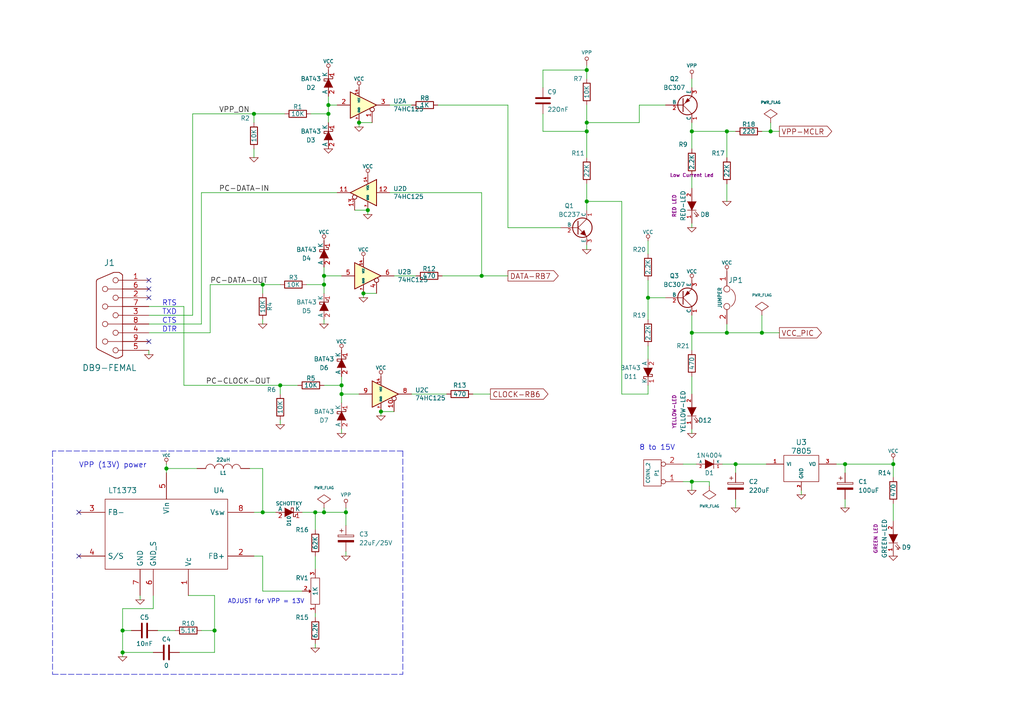
<source format=kicad_sch>
(kicad_sch (version 20210621) (generator eeschema)
  (paper "A4")
  (title_block (title "JDM - COM84 PIC Programmer with 13V DC/DC converter") (date "Sun 22 Mar 2015") (rev "2") (company "KiCad"))
  (lib_symbols
    (symbol "flat_hierarchy_schlib:74LS125" (pin_names (offset 0.254))
      (property "Reference" "U" (at 5.08 3.81 0))
      (property "Value" "74LS125" (at 7.62 -2.54 0))
      (symbol "74LS125_0_0"
        (pin power_in line (at -1.27 5.08 270) (length 2.54) (name "VCC") (number "14"))
        (pin power_in line (at -1.27 -5.08 90) (length 2.54) (name "GND") (number "7"))
      )
      (symbol "74LS125_1_0"
        (polyline (pts (xy -3.81 3.81) (xy -3.81 -3.81) (xy 3.81 0) (xy -3.81 3.81)) (stroke (width 0.254)) (fill (type background)))
        (pin input inverted (at 2.54 -5.08 90) (length 4.445) (name "~") (number "1"))
        (pin input line (at -7.62 0 0) (length 3.81) (name "~") (number "2"))
        (pin tri_state line (at 7.62 0 180) (length 3.81) (name "~") (number "3"))
      )
      (symbol "74LS125_2_0"
        (polyline (pts (xy -3.81 3.81) (xy -3.81 -3.81) (xy 3.81 0) (xy -3.81 3.81)) (stroke (width 0.254)) (fill (type background)))
        (pin input inverted (at 2.54 -5.08 90) (length 4.445) (name "~") (number "4"))
        (pin input line (at -7.62 0 0) (length 3.81) (name "~") (number "5"))
        (pin tri_state line (at 7.62 0 180) (length 3.81) (name "~") (number "6"))
      )
      (symbol "74LS125_3_0"
        (polyline (pts (xy -3.81 3.81) (xy -3.81 -3.81) (xy 3.81 0) (xy -3.81 3.81)) (stroke (width 0.254)) (fill (type background)))
        (pin input inverted (at 2.54 -5.08 90) (length 4.445) (name "~") (number "10"))
        (pin tri_state line (at 7.62 0 180) (length 3.81) (name "~") (number "8"))
        (pin input line (at -7.62 0 0) (length 3.81) (name "~") (number "9"))
      )
      (symbol "74LS125_4_0"
        (polyline (pts (xy -3.81 3.81) (xy -3.81 -3.81) (xy 3.81 0) (xy -3.81 3.81)) (stroke (width 0.254)) (fill (type background)))
        (pin tri_state line (at 7.62 0 180) (length 3.81) (name "~") (number "11"))
        (pin input line (at -7.62 0 0) (length 3.81) (name "~") (number "12"))
        (pin input inverted (at 2.54 -5.08 90) (length 4.445) (name "~") (number "13"))
      )
    )
    (symbol "flat_hierarchy_schlib:7805" (pin_names (offset 0.762))
      (property "Reference" "U" (at 3.81 -4.9784 0))
      (property "Value" "7805" (at 0 5.08 0))
      (symbol "7805_0_1"
        (rectangle (start -5.08 -3.81) (end 5.08 3.81))
      )
      (symbol "7805_1_1"
        (pin input line (at -10.16 1.27 0) (length 5.08) (name "VI") (number "1"))
        (pin input line (at 0 -6.35 90) (length 2.54) (name "GND") (number "2"))
        (pin power_out line (at 10.16 1.27 180) (length 5.08) (name "VO") (number "3"))
      )
    )
    (symbol "flat_hierarchy_schlib:BC237" (pin_names (offset 0))
      (property "Reference" "Q" (at 0 -3.81 0))
      (property "Value" "BC237" (at 0 3.81 0))
      (property "Footprint" "Package_TO_SOT_THT:TO-92" (at -2.54 -5.08 0))
      (symbol "BC237_0_1"
        (circle (center 1.27 0) (radius 2.8194) (stroke (width 0.254)))
        (polyline (pts (xy 0 0) (xy 2.54 2.54)))
        (polyline (pts (xy 0 1.905) (xy 0 -1.905) (xy 0 -1.905)) (stroke (width 0.254)))
        (polyline (pts (xy 1.27 -1.27) (xy 0 0) (xy 0 0)))
        (polyline (pts (xy 2.286 -2.286) (xy 2.54 -2.54) (xy 2.54 -2.54)))
        (polyline (pts (xy 2.286 -2.286) (xy 1.778 -0.762) (xy 0.762 -1.778) (xy 2.286 -2.286) (xy 2.286 -2.286)) (fill (type outline)))
      )
      (symbol "BC237_1_1"
        (pin passive line (at 2.54 5.08 270) (length 2.54) (name "C") (number "1"))
        (pin input line (at -5.08 0 0) (length 5.08) (name "B") (number "2"))
        (pin passive line (at 2.54 -5.08 90) (length 2.54) (name "E") (number "3"))
      )
    )
    (symbol "flat_hierarchy_schlib:BC307" (pin_names (offset 0))
      (property "Reference" "Q" (at 0 -3.81 0))
      (property "Value" "BC307" (at 0 3.81 0))
      (property "Footprint" "Package_TO_SOT_THT:TO-92" (at -2.54 -5.08 0))
      (symbol "BC307_0_1"
        (circle (center 1.27 0) (radius 2.8194) (stroke (width 0.254)))
        (polyline (pts (xy 0 0) (xy 2.54 2.54)))
        (polyline (pts (xy 0.635 -0.635) (xy 0 0) (xy 0 0)))
        (polyline (pts (xy 2.54 -2.54) (xy 1.651 -1.651) (xy 1.651 -1.651)))
        (polyline (pts (xy 0 1.905) (xy 0 -1.905) (xy 0 -1.905)) (stroke (width 0.254)) (fill (type outline)))
        (polyline (pts (xy 0.635 -0.635) (xy 1.27 -1.905) (xy 1.905 -1.27) (xy 0.635 -0.635) (xy 0.635 -0.635)) (fill (type outline)))
      )
      (symbol "BC307_1_1"
        (pin passive line (at 2.54 5.08 270) (length 2.54) (name "C") (number "1"))
        (pin input line (at -5.08 0 0) (length 5.08) (name "B") (number "2"))
        (pin passive line (at 2.54 -5.08 90) (length 2.54) (name "E") (number "3"))
      )
    )
    (symbol "flat_hierarchy_schlib:C" (pin_numbers hide) (pin_names (offset 0.254))
      (property "Reference" "C" (at 0.635 2.54 0))
      (property "Value" "C" (at 0.635 -2.54 0))
      (symbol "C_0_1"
        (polyline (pts (xy -2.032 -0.762) (xy 2.032 -0.762)) (stroke (width 0.508)))
        (polyline (pts (xy -2.032 0.762) (xy 2.032 0.762)) (stroke (width 0.508)))
      )
      (symbol "C_1_1"
        (pin passive line (at 0 3.81 270) (length 2.794) (name "~") (number "1"))
        (pin passive line (at 0 -3.81 90) (length 2.794) (name "~") (number "2"))
      )
    )
    (symbol "flat_hierarchy_schlib:CONN_2" (pin_names (offset 1.016) hide)
      (property "Reference" "P" (at -1.27 0 90))
      (property "Value" "CONN_2" (at 1.27 0 90))
      (symbol "CONN_2_0_1"
        (rectangle (start -2.54 3.81) (end 2.54 -3.81))
      )
      (symbol "CONN_2_1_1"
        (pin passive inverted (at -8.89 2.54 0) (length 6.35) (name "P1") (number "1"))
        (pin passive inverted (at -8.89 -2.54 0) (length 6.35) (name "PM") (number "2"))
      )
    )
    (symbol "flat_hierarchy_schlib:CP" (pin_numbers hide) (pin_names (offset 0.254))
      (property "Reference" "C" (at 0.635 2.54 0))
      (property "Value" "CP" (at 0.635 -2.54 0))
      (symbol "CP_0_1"
        (rectangle (start -2.286 0.508) (end -2.286 1.016))
        (rectangle (start -2.286 0.508) (end 2.286 0.508))
        (rectangle (start -1.778 2.286) (end -0.762 2.286))
        (rectangle (start -1.27 1.778) (end -1.27 2.794))
        (rectangle (start 2.286 1.016) (end -2.286 1.016))
        (rectangle (start 2.286 1.016) (end 2.286 0.508))
        (rectangle (start 2.286 -0.508) (end -2.286 -1.016) (fill (type outline)))
      )
      (symbol "CP_1_1"
        (pin passive line (at 0 3.81 270) (length 2.794) (name "~") (number "1"))
        (pin passive line (at 0 -3.81 90) (length 2.794) (name "~") (number "2"))
      )
    )
    (symbol "flat_hierarchy_schlib:D" (pin_names (offset 0))
      (property "Reference" "D" (at 0 2.54 0))
      (property "Value" "D" (at 0 -2.54 0))
      (symbol "D_0_1"
        (polyline (pts (xy -1.27 1.27) (xy -1.27 -1.27)) (stroke (width 0.1524)))
        (polyline (pts (xy 1.27 1.27) (xy -1.27 0) (xy 1.27 -1.27)) (fill (type outline)))
      )
      (symbol "D_1_1"
        (pin passive line (at -3.81 0 0) (length 2.54) (name "K") (number "1"))
        (pin passive line (at 3.81 0 180) (length 2.54) (name "A") (number "2"))
      )
    )
    (symbol "flat_hierarchy_schlib:DB9" (pin_names (offset 1.016) hide)
      (property "Reference" "J" (at 0 13.97 0))
      (property "Value" "DB9" (at 0 -13.97 0))
      (symbol "DB9_0_1"
        (circle (center -1.778 -10.16) (radius 0.762))
        (circle (center -1.778 -5.08) (radius 0.762))
        (circle (center -1.778 0) (radius 0.762))
        (circle (center -1.778 5.08) (radius 0.762))
        (circle (center -1.778 10.16) (radius 0.762))
        (circle (center 1.27 -7.62) (radius 0.762))
        (circle (center 1.27 -2.54) (radius 0.762))
        (circle (center 1.27 2.54) (radius 0.762))
        (circle (center 1.27 7.62) (radius 0.762))
        (polyline (pts (xy -3.81 -11.684) (xy -3.81 11.684)) (stroke (width 0.2032)))
        (polyline (pts (xy -3.81 -11.6586) (xy -3.556 -11.938)) (stroke (width 0.2032)))
        (polyline (pts (xy -3.81 -10.16) (xy -2.54 -10.16)))
        (polyline (pts (xy -3.81 -7.62) (xy 0.508 -7.62)))
        (polyline (pts (xy -3.81 -5.08) (xy -2.54 -5.08)))
        (polyline (pts (xy -3.81 -2.54) (xy 0.508 -2.54)))
        (polyline (pts (xy -3.81 0) (xy -2.54 0)))
        (polyline (pts (xy -3.81 2.54) (xy 0.508 2.54)))
        (polyline (pts (xy -3.81 5.08) (xy -2.54 5.08)))
        (polyline (pts (xy -3.81 7.62) (xy 0.508 7.62)))
        (polyline (pts (xy -3.81 10.16) (xy -2.54 10.16)))
        (polyline (pts (xy -3.556 -11.938) (xy -2.794 -12.446)) (stroke (width 0.2032)))
        (polyline (pts (xy -3.556 11.938) (xy -3.81 11.684)) (stroke (width 0.2032)))
        (polyline (pts (xy -3.556 11.938) (xy -2.54 12.446)) (stroke (width 0.2032)))
        (polyline (pts (xy -2.794 -12.446) (xy -1.27 -12.446)) (stroke (width 0.2032)))
        (polyline (pts (xy -2.54 12.446) (xy -1.778 12.446)) (stroke (width 0.2032)))
        (polyline (pts (xy 3.2766 9.906) (xy -1.778 12.446)) (stroke (width 0.2032)))
        (polyline (pts (xy 3.2766 9.906) (xy 3.81 9.398)) (stroke (width 0.2032)))
        (polyline (pts (xy 3.556 -10.3886) (xy -1.27 -12.446)) (stroke (width 0.2032)))
        (polyline (pts (xy 3.81 -9.906) (xy 3.556 -10.3886)) (stroke (width 0.2032)))
        (polyline (pts (xy 3.81 9.398) (xy 3.81 -9.906)) (stroke (width 0.2032)))
      )
      (symbol "DB9_1_1"
        (pin passive line (at -11.43 -10.16 0) (length 7.62) (name "1") (number "1"))
        (pin passive line (at -11.43 -5.08 0) (length 7.62) (name "2") (number "2"))
        (pin passive line (at -11.43 0 0) (length 7.62) (name "3") (number "3"))
        (pin passive line (at -11.43 5.08 0) (length 7.62) (name "4") (number "4"))
        (pin passive line (at -11.43 10.16 0) (length 7.62) (name "5") (number "5"))
        (pin passive line (at -11.43 -7.62 0) (length 7.62) (name "P6") (number "6"))
        (pin passive line (at -11.43 -2.54 0) (length 7.62) (name "P7") (number "7"))
        (pin passive line (at -11.43 2.54 0) (length 7.62) (name "P8") (number "8"))
        (pin passive line (at -11.43 7.62 0) (length 7.62) (name "P9") (number "9"))
      )
    )
    (symbol "flat_hierarchy_schlib:D_Schottky" (pin_names (offset 0))
      (property "Reference" "D" (at 0 2.54 0))
      (property "Value" "D_Schottky" (at 0 -2.54 0))
      (symbol "D_Schottky_0_1"
        (polyline (pts (xy -1.905 0.635) (xy -1.905 1.27) (xy -1.27 1.27) (xy -1.27 -1.27) (xy -0.635 -1.27) (xy -0.635 -0.635)) (stroke (width 0.2032)))
        (polyline (pts (xy 1.27 1.27) (xy -1.27 0) (xy 1.27 -1.27)) (fill (type outline)))
      )
      (symbol "D_Schottky_1_1"
        (pin passive line (at -3.81 0 0) (length 2.54) (name "K") (number "1"))
        (pin passive line (at 3.81 0 180) (length 2.54) (name "A") (number "2"))
      )
    )
    (symbol "flat_hierarchy_schlib:GND" (power) (pin_names (offset 0))
      (symbol "GND_0_1"
        (polyline (pts (xy -1.27 0) (xy 0 -1.27) (xy 1.27 0) (xy -1.27 0)))
      )
      (symbol "GND_1_1"
        (pin power_in line (at 0 0 90) (length 0) hide (name "GND") (number "1"))
      )
    )
    (symbol "flat_hierarchy_schlib:INDUCTOR" (pin_numbers hide) (pin_names (offset 1.016) hide)
      (property "Reference" "L" (at -1.27 0 90))
      (property "Value" "INDUCTOR" (at 2.54 0 90))
      (symbol "INDUCTOR_0_1"
        (arc (start 0.0254 -5.0546) (end 0.0254 -2.54) (radius (at 0 -3.81) (length 1.27) (angles -88.9 88.9)))
        (arc (start 0.0254 -2.5146) (end 0.0254 0.0508) (radius (at 0 -1.2446) (length 1.2954) (angles -88.9 88.9)))
        (arc (start 0.0254 0.0254) (end 0.0254 2.5908) (radius (at 0 1.2954) (length 1.2954) (angles -88.9 88.9)))
        (arc (start 0.0254 2.5654) (end 0.0254 4.9784) (radius (at 0 3.7592) (length 1.2192) (angles -88.9 88.9)))
      )
      (symbol "INDUCTOR_1_1"
        (pin passive line (at 0 7.62 270) (length 2.54) (name "1") (number "1"))
        (pin passive line (at 0 -7.62 90) (length 2.54) (name "2") (number "2"))
      )
    )
    (symbol "flat_hierarchy_schlib:JUMPER" (pin_names (offset 0.762) hide)
      (property "Reference" "JP" (at 0 3.81 0))
      (property "Value" "JUMPER" (at 0 -2.032 0))
      (symbol "JUMPER_0_1"
        (arc (start -2.4892 1.27) (end 2.5146 1.27) (radius (at 0 -0.6604) (length 3.175) (angles 142.6 37.3)))
        (circle (center -2.54 0) (radius 0.889))
        (circle (center 2.54 0) (radius 0.889))
        (pin passive line (at -7.62 0 0) (length 4.191) (name "1") (number "1"))
        (pin passive line (at 7.62 0 180) (length 4.191) (name "2") (number "2"))
      )
    )
    (symbol "flat_hierarchy_schlib:LED" (pin_names (offset 1.016) hide)
      (property "Reference" "D" (at 0 2.54 0))
      (property "Value" "LED" (at 0 -2.54 0))
      (symbol "LED_0_1"
        (polyline (pts (xy -1.27 1.27) (xy -1.27 -1.27)))
        (polyline (pts (xy -2.032 -0.635) (xy -3.175 -1.651) (xy -3.048 -1.016)))
        (polyline (pts (xy -1.651 -1.016) (xy -2.794 -2.032) (xy -2.667 -1.397)))
        (polyline (pts (xy 1.27 1.27) (xy -1.27 0) (xy 1.27 -1.27)) (fill (type outline)))
      )
      (symbol "LED_1_1"
        (pin passive line (at -5.08 0 0) (length 3.81) (name "K") (number "1"))
        (pin passive line (at 5.08 0 180) (length 3.81) (name "A") (number "2"))
      )
    )
    (symbol "flat_hierarchy_schlib:LT1373" (pin_names (offset 0.762))
      (property "Reference" "U" (at 15.24 12.7 0))
      (property "Value" "LT1373" (at -12.7 12.7 0))
      (symbol "LT1373_0_1"
        (rectangle (start -17.78 -10.16) (end 17.78 10.16))
      )
      (symbol "LT1373_1_1"
        (pin input line (at 6.35 -17.78 90) (length 7.62) (name "Vc") (number "1"))
        (pin input line (at 25.4 -6.35 180) (length 7.62) (name "FB+") (number "2"))
        (pin passive line (at -25.4 6.35 0) (length 7.62) (name "FB-") (number "3"))
        (pin passive line (at -25.4 -6.35 0) (length 7.62) (name "S/S") (number "4"))
        (pin power_in line (at 0 17.78 270) (length 7.62) (name "Vin") (number "5"))
        (pin input line (at -3.81 -17.78 90) (length 7.62) (name "GND_S") (number "6"))
        (pin input line (at -7.62 -17.78 90) (length 7.62) (name "GND") (number "7"))
        (pin input line (at 25.4 6.35 180) (length 7.62) (name "Vsw") (number "8"))
      )
    )
    (symbol "flat_hierarchy_schlib:POT" (pin_names (offset 1.016) hide)
      (property "Reference" "RV" (at 0 -2.54 0))
      (property "Value" "POT" (at 0 0 0))
      (symbol "POT_0_1"
        (rectangle (start -3.81 1.27) (end 3.81 -1.27))
        (polyline (pts (xy 0 1.27) (xy -0.508 1.778) (xy 0.508 1.778)) (fill (type outline)))
      )
      (symbol "POT_1_1"
        (pin passive line (at -6.35 0 0) (length 2.54) (name "1") (number "1"))
        (pin passive line (at 0 3.81 270) (length 2.032) (name "2") (number "2"))
        (pin passive line (at 6.35 0 180) (length 2.54) (name "3") (number "3"))
      )
    )
    (symbol "flat_hierarchy_schlib:PWR_FLAG" (power) (pin_numbers hide) (pin_names (offset 0) hide)
      (property "Value" "PWR_FLAG" (at 0 4.572 0))
      (symbol "PWR_FLAG_0_0"
        (pin power_out line (at 0 0 90) (length 0) (name "pwr") (number "1"))
      )
      (symbol "PWR_FLAG_0_1"
        (polyline (pts (xy 0 0) (xy 0 1.27) (xy -1.905 2.54) (xy 0 3.81) (xy 1.905 2.54) (xy 0 1.27)))
      )
    )
    (symbol "flat_hierarchy_schlib:R" (pin_numbers hide) (pin_names (offset 0))
      (property "Reference" "R" (at 2.032 0 90))
      (property "Value" "R" (at 0 0 90))
      (symbol "R_0_1"
        (rectangle (start -1.016 -2.54) (end 1.016 2.54) (stroke (width 0.254)))
      )
      (symbol "R_1_1"
        (pin passive line (at 0 3.81 270) (length 1.27) (name "~") (number "1"))
        (pin passive line (at 0 -3.81 90) (length 1.27) (name "~") (number "2"))
      )
    )
    (symbol "flat_hierarchy_schlib:VCC" (power) (pin_names (offset 0))
      (property "Value" "VCC" (at 0 2.54 0))
      (symbol "VCC_0_0"
        (pin power_in line (at 0 0 90) (length 0) hide (name "VCC") (number "1"))
      )
      (symbol "VCC_0_1"
        (circle (center 0 1.27) (radius 0.508))
        (polyline (pts (xy 0 0) (xy 0 0.762) (xy 0 0.762)))
      )
    )
    (symbol "flat_hierarchy_schlib:VPP" (pin_names (offset 0))
      (property "Value" "VPP" (at 0 3.81 0))
      (symbol "VPP_0_0"
        (pin power_in line (at 0 0 90) (length 0) hide (name "VPP") (number "1"))
      )
      (symbol "VPP_0_1"
        (circle (center 0 2.032) (radius 0.508))
        (polyline (pts (xy 0 1.524) (xy 0 0)))
      )
    )
  )
  (junction (at 35.56 182.88) (diameter 1.016))
  (junction (at 35.56 189.23) (diameter 1.016))
  (junction (at 48.26 135.89) (diameter 1.016))
  (junction (at 62.23 182.88) (diameter 1.016))
  (junction (at 73.66 33.02) (diameter 1.016))
  (junction (at 76.2 82.55) (diameter 1.016))
  (junction (at 76.2 148.59) (diameter 1.016))
  (junction (at 81.28 111.76) (diameter 1.016))
  (junction (at 91.44 148.59) (diameter 1.016))
  (junction (at 93.98 80.01) (diameter 1.016))
  (junction (at 93.98 82.55) (diameter 1.016))
  (junction (at 93.98 148.59) (diameter 1.016))
  (junction (at 95.25 30.48) (diameter 1.016))
  (junction (at 95.25 33.02) (diameter 1.016))
  (junction (at 99.06 111.76) (diameter 1.016))
  (junction (at 99.06 114.3) (diameter 1.016))
  (junction (at 100.33 148.59) (diameter 1.016))
  (junction (at 104.14 35.56) (diameter 1.016))
  (junction (at 105.41 85.09) (diameter 1.016))
  (junction (at 106.68 60.96) (diameter 1.016))
  (junction (at 110.49 119.38) (diameter 1.016))
  (junction (at 139.7 80.01) (diameter 1.016))
  (junction (at 170.18 20.32) (diameter 1.016))
  (junction (at 170.18 35.56) (diameter 1.016))
  (junction (at 170.18 38.1) (diameter 1.016))
  (junction (at 170.18 58.42) (diameter 1.016))
  (junction (at 187.96 86.36) (diameter 1.016))
  (junction (at 200.66 38.1) (diameter 1.016))
  (junction (at 200.66 96.52) (diameter 1.016))
  (junction (at 200.66 139.7) (diameter 1.016))
  (junction (at 210.82 38.1) (diameter 1.016))
  (junction (at 210.82 96.52) (diameter 1.016))
  (junction (at 213.36 134.62) (diameter 1.016))
  (junction (at 220.98 96.52) (diameter 1.016))
  (junction (at 223.52 38.1) (diameter 1.016))
  (junction (at 245.11 134.62) (diameter 1.016))
  (junction (at 259.08 134.62) (diameter 1.016))
  (no_connect (at 22.86 148.59))
  (no_connect (at 22.86 161.29))
  (no_connect (at 43.18 81.28))
  (no_connect (at 43.18 83.82))
  (no_connect (at 43.18 86.36))
  (no_connect (at 43.18 99.06))
  (wire (pts (xy 35.56 176.53) (xy 35.56 182.88)))
  (wire (pts (xy 35.56 182.88) (xy 35.56 189.23)))
  (wire (pts (xy 35.56 182.88) (xy 38.1 182.88)))
  (wire (pts (xy 35.56 189.23) (xy 35.56 190.5)))
  (wire (pts (xy 35.56 189.23) (xy 44.45 189.23)))
  (wire (pts (xy 40.64 173.99) (xy 40.64 172.72)))
  (wire (pts (xy 43.18 93.98) (xy 58.42 93.98)))
  (wire (pts (xy 43.18 102.87) (xy 43.18 101.6)))
  (wire (pts (xy 44.45 172.72) (xy 44.45 176.53)))
  (wire (pts (xy 44.45 176.53) (xy 35.56 176.53)))
  (wire (pts (xy 45.72 182.88) (xy 50.8 182.88)))
  (wire (pts (xy 48.26 134.62) (xy 48.26 135.89)))
  (wire (pts (xy 48.26 135.89) (xy 48.26 137.16)))
  (wire (pts (xy 48.26 135.89) (xy 57.15 135.89)))
  (wire (pts (xy 52.07 189.23) (xy 62.23 189.23)))
  (wire (pts (xy 53.34 88.9) (xy 43.18 88.9)))
  (wire (pts (xy 53.34 111.76) (xy 53.34 88.9)))
  (wire (pts (xy 53.34 111.76) (xy 81.28 111.76)))
  (wire (pts (xy 54.61 172.72) (xy 62.23 172.72)))
  (wire (pts (xy 55.88 33.02) (xy 55.88 91.44)))
  (wire (pts (xy 55.88 33.02) (xy 73.66 33.02)))
  (wire (pts (xy 55.88 91.44) (xy 43.18 91.44)))
  (wire (pts (xy 58.42 55.88) (xy 97.79 55.88)))
  (wire (pts (xy 58.42 93.98) (xy 58.42 55.88)))
  (wire (pts (xy 58.42 182.88) (xy 62.23 182.88)))
  (wire (pts (xy 60.96 82.55) (xy 60.96 96.52)))
  (wire (pts (xy 60.96 82.55) (xy 76.2 82.55)))
  (wire (pts (xy 60.96 96.52) (xy 43.18 96.52)))
  (wire (pts (xy 62.23 172.72) (xy 62.23 182.88)))
  (wire (pts (xy 62.23 182.88) (xy 62.23 189.23)))
  (wire (pts (xy 72.39 135.89) (xy 76.2 135.89)))
  (wire (pts (xy 73.66 33.02) (xy 82.55 33.02)))
  (wire (pts (xy 73.66 35.56) (xy 73.66 33.02)))
  (wire (pts (xy 73.66 45.72) (xy 73.66 43.18)))
  (wire (pts (xy 73.66 148.59) (xy 76.2 148.59)))
  (wire (pts (xy 73.66 161.29) (xy 76.2 161.29)))
  (wire (pts (xy 76.2 82.55) (xy 76.2 85.09)))
  (wire (pts (xy 76.2 82.55) (xy 81.28 82.55)))
  (wire (pts (xy 76.2 92.71) (xy 76.2 93.98)))
  (wire (pts (xy 76.2 135.89) (xy 76.2 148.59)))
  (wire (pts (xy 76.2 148.59) (xy 80.01 148.59)))
  (wire (pts (xy 76.2 161.29) (xy 76.2 171.45)))
  (wire (pts (xy 76.2 171.45) (xy 87.63 171.45)))
  (wire (pts (xy 81.28 111.76) (xy 86.36 111.76)))
  (wire (pts (xy 81.28 114.3) (xy 81.28 111.76)))
  (wire (pts (xy 81.28 123.19) (xy 81.28 121.92)))
  (wire (pts (xy 87.63 148.59) (xy 91.44 148.59)))
  (wire (pts (xy 88.9 82.55) (xy 93.98 82.55)))
  (wire (pts (xy 90.17 33.02) (xy 95.25 33.02)))
  (wire (pts (xy 91.44 148.59) (xy 91.44 153.67)))
  (wire (pts (xy 91.44 148.59) (xy 93.98 148.59)))
  (wire (pts (xy 91.44 161.29) (xy 91.44 165.1)))
  (wire (pts (xy 91.44 177.8) (xy 91.44 179.07)))
  (wire (pts (xy 91.44 187.96) (xy 91.44 186.69)))
  (wire (pts (xy 93.98 77.47) (xy 93.98 80.01)))
  (wire (pts (xy 93.98 80.01) (xy 93.98 82.55)))
  (wire (pts (xy 93.98 82.55) (xy 93.98 85.09)))
  (wire (pts (xy 93.98 93.98) (xy 93.98 92.71)))
  (wire (pts (xy 93.98 111.76) (xy 99.06 111.76)))
  (wire (pts (xy 93.98 147.32) (xy 93.98 148.59)))
  (wire (pts (xy 93.98 148.59) (xy 100.33 148.59)))
  (wire (pts (xy 95.25 27.94) (xy 95.25 30.48)))
  (wire (pts (xy 95.25 30.48) (xy 95.25 33.02)))
  (wire (pts (xy 95.25 30.48) (xy 97.79 30.48)))
  (wire (pts (xy 95.25 33.02) (xy 95.25 35.56)))
  (wire (pts (xy 99.06 80.01) (xy 93.98 80.01)))
  (wire (pts (xy 99.06 109.22) (xy 99.06 111.76)))
  (wire (pts (xy 99.06 111.76) (xy 99.06 114.3)))
  (wire (pts (xy 99.06 114.3) (xy 99.06 116.84)))
  (wire (pts (xy 99.06 125.73) (xy 99.06 124.46)))
  (wire (pts (xy 100.33 147.32) (xy 100.33 148.59)))
  (wire (pts (xy 100.33 148.59) (xy 100.33 152.4)))
  (wire (pts (xy 100.33 161.29) (xy 100.33 160.02)))
  (wire (pts (xy 102.87 60.96) (xy 106.68 60.96)))
  (wire (pts (xy 104.14 35.56) (xy 107.95 35.56)))
  (wire (pts (xy 104.14 36.83) (xy 104.14 35.56)))
  (wire (pts (xy 104.14 114.3) (xy 99.06 114.3)))
  (wire (pts (xy 105.41 85.09) (xy 105.41 86.36)))
  (wire (pts (xy 105.41 85.09) (xy 109.22 85.09)))
  (wire (pts (xy 106.68 62.23) (xy 106.68 60.96)))
  (wire (pts (xy 110.49 119.38) (xy 114.3 119.38)))
  (wire (pts (xy 110.49 120.65) (xy 110.49 119.38)))
  (wire (pts (xy 113.03 30.48) (xy 119.38 30.48)))
  (wire (pts (xy 113.03 55.88) (xy 139.7 55.88)))
  (wire (pts (xy 114.3 80.01) (xy 120.65 80.01)))
  (wire (pts (xy 119.38 114.3) (xy 129.54 114.3)))
  (wire (pts (xy 127 30.48) (xy 147.32 30.48)))
  (wire (pts (xy 128.27 80.01) (xy 139.7 80.01)))
  (wire (pts (xy 139.7 55.88) (xy 139.7 80.01)))
  (wire (pts (xy 139.7 80.01) (xy 147.32 80.01)))
  (wire (pts (xy 142.24 114.3) (xy 137.16 114.3)))
  (wire (pts (xy 147.32 30.48) (xy 147.32 66.04)))
  (wire (pts (xy 147.32 66.04) (xy 162.56 66.04)))
  (wire (pts (xy 157.48 20.32) (xy 170.18 20.32)))
  (wire (pts (xy 157.48 25.4) (xy 157.48 20.32)))
  (wire (pts (xy 157.48 33.02) (xy 157.48 38.1)))
  (wire (pts (xy 157.48 38.1) (xy 170.18 38.1)))
  (wire (pts (xy 170.18 19.05) (xy 170.18 20.32)))
  (wire (pts (xy 170.18 20.32) (xy 170.18 22.86)))
  (wire (pts (xy 170.18 30.48) (xy 170.18 35.56)))
  (wire (pts (xy 170.18 35.56) (xy 170.18 38.1)))
  (wire (pts (xy 170.18 38.1) (xy 170.18 45.72)))
  (wire (pts (xy 170.18 53.34) (xy 170.18 58.42)))
  (wire (pts (xy 170.18 58.42) (xy 170.18 60.96)))
  (wire (pts (xy 170.18 58.42) (xy 180.34 58.42)))
  (wire (pts (xy 170.18 72.39) (xy 170.18 71.12)))
  (wire (pts (xy 180.34 114.3) (xy 180.34 58.42)))
  (wire (pts (xy 185.42 30.48) (xy 185.42 35.56)))
  (wire (pts (xy 185.42 35.56) (xy 170.18 35.56)))
  (wire (pts (xy 187.96 69.85) (xy 187.96 73.66)))
  (wire (pts (xy 187.96 81.28) (xy 187.96 86.36)))
  (wire (pts (xy 187.96 86.36) (xy 187.96 92.71)))
  (wire (pts (xy 187.96 100.33) (xy 187.96 104.14)))
  (wire (pts (xy 187.96 111.76) (xy 187.96 114.3)))
  (wire (pts (xy 187.96 114.3) (xy 180.34 114.3)))
  (wire (pts (xy 193.04 30.48) (xy 185.42 30.48)))
  (wire (pts (xy 193.04 86.36) (xy 187.96 86.36)))
  (wire (pts (xy 198.12 134.62) (xy 201.93 134.62)))
  (wire (pts (xy 198.12 139.7) (xy 200.66 139.7)))
  (wire (pts (xy 200.66 25.4) (xy 200.66 22.86)))
  (wire (pts (xy 200.66 35.56) (xy 200.66 38.1)))
  (wire (pts (xy 200.66 38.1) (xy 200.66 43.18)))
  (wire (pts (xy 200.66 38.1) (xy 210.82 38.1)))
  (wire (pts (xy 200.66 50.8) (xy 200.66 54.61)))
  (wire (pts (xy 200.66 64.77) (xy 200.66 66.04)))
  (wire (pts (xy 200.66 91.44) (xy 200.66 96.52)))
  (wire (pts (xy 200.66 96.52) (xy 200.66 101.6)))
  (wire (pts (xy 200.66 96.52) (xy 210.82 96.52)))
  (wire (pts (xy 200.66 109.22) (xy 200.66 114.3)))
  (wire (pts (xy 200.66 124.46) (xy 200.66 125.73)))
  (wire (pts (xy 200.66 139.7) (xy 205.74 139.7)))
  (wire (pts (xy 200.66 142.24) (xy 200.66 139.7)))
  (wire (pts (xy 205.74 139.7) (xy 205.74 140.97)))
  (wire (pts (xy 209.55 134.62) (xy 213.36 134.62)))
  (wire (pts (xy 210.82 38.1) (xy 210.82 45.72)))
  (wire (pts (xy 210.82 38.1) (xy 213.36 38.1)))
  (wire (pts (xy 210.82 53.34) (xy 210.82 58.42)))
  (wire (pts (xy 210.82 96.52) (xy 210.82 93.98)))
  (wire (pts (xy 210.82 96.52) (xy 220.98 96.52)))
  (wire (pts (xy 213.36 134.62) (xy 213.36 137.16)))
  (wire (pts (xy 213.36 134.62) (xy 222.25 134.62)))
  (wire (pts (xy 213.36 144.78) (xy 213.36 147.32)))
  (wire (pts (xy 220.98 38.1) (xy 223.52 38.1)))
  (wire (pts (xy 220.98 96.52) (xy 220.98 91.44)))
  (wire (pts (xy 220.98 96.52) (xy 226.06 96.52)))
  (wire (pts (xy 223.52 35.56) (xy 223.52 38.1)))
  (wire (pts (xy 223.52 38.1) (xy 226.06 38.1)))
  (wire (pts (xy 232.41 143.51) (xy 232.41 142.24)))
  (wire (pts (xy 242.57 134.62) (xy 245.11 134.62)))
  (wire (pts (xy 245.11 134.62) (xy 245.11 137.16)))
  (wire (pts (xy 245.11 134.62) (xy 259.08 134.62)))
  (wire (pts (xy 245.11 144.78) (xy 245.11 147.32)))
  (wire (pts (xy 259.08 133.35) (xy 259.08 134.62)))
  (wire (pts (xy 259.08 134.62) (xy 259.08 138.43)))
  (wire (pts (xy 259.08 146.05) (xy 259.08 151.13)))
  (polyline (pts (xy 15.24 130.81) (xy 15.24 195.58)) (stroke (width 0) (type dash)))
  (polyline (pts (xy 15.24 195.58) (xy 116.84 195.58)) (stroke (width 0) (type dash)))
  (polyline (pts (xy 116.84 130.81) (xy 15.24 130.81)) (stroke (width 0) (type dash)))
  (polyline (pts (xy 116.84 130.81) (xy 116.84 195.58)) (stroke (width 0) (type dash)))
  (text "VPP (13V) power" (at 22.86 135.89 0) (effects (font (size 1.524 1.524)) (justify left bottom)))
  (text "RTS" (at 46.99 88.9 0) (effects (font (size 1.524 1.524)) (justify left bottom)))
  (text "TXD" (at 46.99 91.44 0) (effects (font (size 1.524 1.524)) (justify left bottom)))
  (text "CTS" (at 46.99 93.98 0) (effects (font (size 1.524 1.524)) (justify left bottom)))
  (text "DTR" (at 46.99 96.52 0) (effects (font (size 1.524 1.524)) (justify left bottom)))
  (text "ADJUST for VPP = 13V" (at 66.04 175.26 0) (effects (font (size 1.27 1.27)) (justify left bottom)))
  (text "8 to 15V" (at 185.42 130.81 0) (effects (font (size 1.524 1.524)) (justify left bottom)))
  (label "PC-CLOCK-OUT" (at 59.69 111.76 0) (effects (font (size 1.524 1.524))))
  (label "PC-DATA-OUT" (at 60.96 82.55 0) (effects (font (size 1.524 1.524))))
  (label "VPP_ON" (at 63.5 33.02 0) (effects (font (size 1.524 1.524))))
  (label "PC-DATA-IN" (at 63.5 55.88 0) (effects (font (size 1.524 1.524))))
  (global_label "CLOCK-RB6" (shape output) (at 142.24 114.3 0) (effects (font (size 1.524 1.524))) (property "Intersheet References" "${INTERSHEET_REFS}" (effects hide)))
  (global_label "DATA-RB7" (shape output) (at 147.32 80.01 0) (effects (font (size 1.524 1.524))) (property "Intersheet References" "${INTERSHEET_REFS}" (effects hide)))
  (global_label "VPP-MCLR" (shape output) (at 226.06 38.1 0) (effects (font (size 1.524 1.524))) (property "Intersheet References" "${INTERSHEET_REFS}" (effects hide)))
  (global_label "VCC_PIC" (shape output) (at 226.06 96.52 0) (effects (font (size 1.524 1.524))) (property "Intersheet References" "${INTERSHEET_REFS}" (effects hide)))
  (symbol (lib_id "flat_hierarchy_schlib:VCC") (at 48.26 134.62 0) (unit 1)
    (property "Reference" "#PWR024" (effects hide))
    (property "Value" "VCC" (at 48.26 132.08 0) (effects (font (size 0.762 0.762))))
  )
  (symbol (lib_id "flat_hierarchy_schlib:VCC") (at 93.98 69.85 0) (unit 1)
    (property "Reference" "#PWR041" (effects hide))
    (property "Value" "VCC" (at 93.98 67.31 0) (effects (font (size 1.016 1.016))))
  )
  (symbol (lib_id "flat_hierarchy_schlib:VCC") (at 95.25 20.32 0) (unit 1)
    (property "Reference" "#PWR044" (effects hide))
    (property "Value" "VCC" (at 95.25 17.78 0) (effects (font (size 1.016 1.016))))
  )
  (symbol (lib_id "flat_hierarchy_schlib:VCC") (at 99.06 101.6 0) (unit 1)
    (property "Reference" "#PWR038" (effects hide))
    (property "Value" "VCC" (at 99.06 99.06 0) (effects (font (size 1.016 1.016))))
  )
  (symbol (lib_id "flat_hierarchy_schlib:VCC") (at 104.14 25.4 0) (unit 1)
    (property "Reference" "#PWR0104" (effects hide))
    (property "Value" "VCC" (at 104.14 22.86 0) (effects (font (size 1.016 1.016))))
  )
  (symbol (lib_id "flat_hierarchy_schlib:VCC") (at 105.41 74.93 0) (unit 1)
    (property "Reference" "#PWR0103" (effects hide))
    (property "Value" "VCC" (at 105.41 72.39 0) (effects (font (size 1.016 1.016))))
  )
  (symbol (lib_id "flat_hierarchy_schlib:VCC") (at 106.68 50.8 0) (unit 1)
    (property "Reference" "#PWR0102" (effects hide))
    (property "Value" "VCC" (at 106.68 48.26 0) (effects (font (size 1.016 1.016))))
  )
  (symbol (lib_id "flat_hierarchy_schlib:VCC") (at 110.49 109.22 0) (unit 1)
    (property "Reference" "#PWR0101" (effects hide))
    (property "Value" "VCC" (at 110.49 106.68 0) (effects (font (size 1.016 1.016))))
  )
  (symbol (lib_id "flat_hierarchy_schlib:VCC") (at 187.96 69.85 0) (unit 1)
    (property "Reference" "#PWR020" (effects hide))
    (property "Value" "VCC" (at 187.96 67.31 0) (effects (font (size 1.016 1.016))))
  )
  (symbol (lib_id "flat_hierarchy_schlib:VCC") (at 200.66 81.28 0) (unit 1)
    (property "Reference" "#PWR018" (effects hide))
    (property "Value" "VCC" (at 200.66 78.74 0) (effects (font (size 1.016 1.016))))
  )
  (symbol (lib_id "flat_hierarchy_schlib:VCC") (at 210.82 78.74 0) (unit 1)
    (property "Reference" "#PWR017" (effects hide))
    (property "Value" "VCC" (at 210.82 76.2 0) (effects (font (size 1.016 1.016))))
  )
  (symbol (lib_id "flat_hierarchy_schlib:VCC") (at 259.08 133.35 0) (unit 1)
    (property "Reference" "#PWR026" (effects hide))
    (property "Value" "VCC" (at 259.08 130.81 0) (effects (font (size 1.016 1.016))))
  )
  (symbol (lib_id "flat_hierarchy_schlib:VPP") (at 100.33 147.32 0) (unit 1)
    (property "Reference" "#PWR34" (effects hide))
    (property "Value" "VPP" (at 100.33 143.51 0) (effects (font (size 1.016 1.016))))
  )
  (symbol (lib_id "flat_hierarchy_schlib:VPP") (at 170.18 19.05 0) (unit 1)
    (property "Reference" "#PWR22" (effects hide))
    (property "Value" "VPP" (at 170.18 15.24 0) (effects (font (size 1.016 1.016))))
  )
  (symbol (lib_id "flat_hierarchy_schlib:VPP") (at 200.66 22.86 0) (unit 1)
    (property "Reference" "#PWR23" (effects hide))
    (property "Value" "VPP" (at 200.66 19.05 0) (effects (font (size 1.016 1.016))))
  )
  (symbol (lib_id "flat_hierarchy_schlib:GND") (at 35.56 190.5 0) (unit 1)
    (property "Reference" "#PWR048" (effects hide))
    (property "Value" "GND" (effects hide))
  )
  (symbol (lib_id "flat_hierarchy_schlib:GND") (at 40.64 173.99 0) (unit 1)
    (property "Reference" "#PWR047" (effects hide))
    (property "Value" "GND" (effects hide))
  )
  (symbol (lib_id "flat_hierarchy_schlib:GND") (at 43.18 102.87 0) (unit 1)
    (property "Reference" "#PWR033" (effects hide))
    (property "Value" "GND" (effects hide))
  )
  (symbol (lib_id "flat_hierarchy_schlib:GND") (at 73.66 45.72 0) (unit 1)
    (property "Reference" "#PWR034" (effects hide))
    (property "Value" "GND" (effects hide))
  )
  (symbol (lib_id "flat_hierarchy_schlib:GND") (at 76.2 93.98 0) (unit 1)
    (property "Reference" "#PWR036" (effects hide))
    (property "Value" "GND" (effects hide))
  )
  (symbol (lib_id "flat_hierarchy_schlib:GND") (at 81.28 123.19 0) (unit 1)
    (property "Reference" "#PWR035" (effects hide))
    (property "Value" "GND" (effects hide))
  )
  (symbol (lib_id "flat_hierarchy_schlib:GND") (at 91.44 187.96 0) (unit 1)
    (property "Reference" "#PWR049" (effects hide))
    (property "Value" "GND" (effects hide))
  )
  (symbol (lib_id "flat_hierarchy_schlib:GND") (at 93.98 93.98 0) (unit 1)
    (property "Reference" "#PWR042" (effects hide))
    (property "Value" "GND" (effects hide))
  )
  (symbol (lib_id "flat_hierarchy_schlib:GND") (at 95.25 43.18 0) (unit 1)
    (property "Reference" "#PWR045" (effects hide))
    (property "Value" "GND" (effects hide))
  )
  (symbol (lib_id "flat_hierarchy_schlib:GND") (at 99.06 125.73 0) (unit 1)
    (property "Reference" "#PWR039" (effects hide))
    (property "Value" "GND" (effects hide))
  )
  (symbol (lib_id "flat_hierarchy_schlib:GND") (at 100.33 161.29 0) (unit 1)
    (property "Reference" "#PWR050" (effects hide))
    (property "Value" "GND" (effects hide))
  )
  (symbol (lib_id "flat_hierarchy_schlib:GND") (at 104.14 36.83 0) (unit 1)
    (property "Reference" "#PWR046" (effects hide))
    (property "Value" "GND" (effects hide))
  )
  (symbol (lib_id "flat_hierarchy_schlib:GND") (at 105.41 86.36 0) (unit 1)
    (property "Reference" "#PWR043" (effects hide))
    (property "Value" "GND" (effects hide))
  )
  (symbol (lib_id "flat_hierarchy_schlib:GND") (at 106.68 62.23 0) (unit 1)
    (property "Reference" "#PWR037" (effects hide))
    (property "Value" "GND" (effects hide))
  )
  (symbol (lib_id "flat_hierarchy_schlib:GND") (at 110.49 120.65 0) (unit 1)
    (property "Reference" "#PWR040" (effects hide))
    (property "Value" "GND" (effects hide))
  )
  (symbol (lib_id "flat_hierarchy_schlib:GND") (at 170.18 72.39 0) (unit 1)
    (property "Reference" "#PWR032" (effects hide))
    (property "Value" "GND" (effects hide))
  )
  (symbol (lib_id "flat_hierarchy_schlib:GND") (at 200.66 66.04 0) (unit 1)
    (property "Reference" "#PWR021" (effects hide))
    (property "Value" "GND" (effects hide))
  )
  (symbol (lib_id "flat_hierarchy_schlib:GND") (at 200.66 125.73 0) (unit 1)
    (property "Reference" "#PWR019" (effects hide))
    (property "Value" "GND" (effects hide))
  )
  (symbol (lib_id "flat_hierarchy_schlib:GND") (at 200.66 142.24 0) (unit 1)
    (property "Reference" "#PWR031" (effects hide))
    (property "Value" "GND" (effects hide))
  )
  (symbol (lib_id "flat_hierarchy_schlib:GND") (at 210.82 58.42 0) (unit 1)
    (property "Reference" "#PWR025" (effects hide))
    (property "Value" "GND" (effects hide))
  )
  (symbol (lib_id "flat_hierarchy_schlib:GND") (at 213.36 147.32 0) (unit 1)
    (property "Reference" "#PWR030" (effects hide))
    (property "Value" "GND" (effects hide))
  )
  (symbol (lib_id "flat_hierarchy_schlib:GND") (at 232.41 143.51 0) (unit 1)
    (property "Reference" "#PWR029" (effects hide))
    (property "Value" "GND" (effects hide))
  )
  (symbol (lib_id "flat_hierarchy_schlib:GND") (at 245.11 147.32 0) (unit 1)
    (property "Reference" "#PWR028" (effects hide))
    (property "Value" "GND" (effects hide))
  )
  (symbol (lib_id "flat_hierarchy_schlib:GND") (at 259.08 161.29 0) (unit 1)
    (property "Reference" "#PWR027" (effects hide))
    (property "Value" "GND" (effects hide))
  )
  (symbol (lib_id "flat_hierarchy_schlib:PWR_FLAG") (at 93.98 147.32 0) (unit 1)
    (property "Reference" "#FLG023" (effects hide))
    (property "Value" "PWR_FLAG" (at 93.98 141.478 0) (effects (font (size 0.762 0.762))))
  )
  (symbol (lib_id "flat_hierarchy_schlib:PWR_FLAG") (at 205.74 140.97 180) (unit 1)
    (property "Reference" "#FLG022" (effects hide))
    (property "Value" "PWR_FLAG" (at 205.74 146.812 0) (effects (font (size 0.762 0.762))))
  )
  (symbol (lib_id "flat_hierarchy_schlib:PWR_FLAG") (at 220.98 91.44 0) (unit 1)
    (property "Reference" "#FLG015" (effects hide))
    (property "Value" "PWR_FLAG" (at 220.98 85.598 0) (effects (font (size 0.762 0.762))))
  )
  (symbol (lib_id "flat_hierarchy_schlib:PWR_FLAG") (at 223.52 35.56 0) (unit 1)
    (property "Reference" "#FLG016" (effects hide))
    (property "Value" "PWR_FLAG" (at 223.52 29.718 0) (effects (font (size 0.762 0.762))))
  )
  (symbol (lib_id "flat_hierarchy_schlib:R") (at 54.61 182.88 270) (mirror x) (unit 1)
    (property "Reference" "R10" (at 54.61 180.848 90))
    (property "Value" "5.1K" (at 54.61 182.88 90))
    (property "Footprint" "Resistor_THT:R_Axial_DIN0207_L6.3mm_D2.5mm_P10.16mm_Horizontal" (effects hide))
  )
  (symbol (lib_id "flat_hierarchy_schlib:R") (at 73.66 39.37 0) (unit 1)
    (property "Reference" "R2" (at 71.12 34.29 0))
    (property "Value" "10K" (at 73.66 39.37 90))
    (property "Footprint" "Resistor_THT:R_Axial_DIN0207_L6.3mm_D2.5mm_P10.16mm_Horizontal" (effects hide))
  )
  (symbol (lib_id "flat_hierarchy_schlib:R") (at 76.2 88.9 0) (unit 1)
    (property "Reference" "R4" (at 78.232 88.9 90))
    (property "Value" "10K" (at 76.2 88.9 90))
    (property "Footprint" "Resistor_THT:R_Axial_DIN0207_L6.3mm_D2.5mm_P10.16mm_Horizontal" (effects hide))
  )
  (symbol (lib_id "flat_hierarchy_schlib:R") (at 81.28 118.11 0) (unit 1)
    (property "Reference" "R6" (at 78.74 113.03 0))
    (property "Value" "10K" (at 81.28 118.11 90))
    (property "Footprint" "Resistor_THT:R_Axial_DIN0207_L6.3mm_D2.5mm_P10.16mm_Horizontal" (effects hide))
  )
  (symbol (lib_id "flat_hierarchy_schlib:R") (at 85.09 82.55 90) (unit 1)
    (property "Reference" "R3" (at 85.09 80.518 90))
    (property "Value" "10K" (at 85.09 82.55 90))
    (property "Footprint" "Resistor_THT:R_Axial_DIN0207_L6.3mm_D2.5mm_P10.16mm_Horizontal" (effects hide))
  )
  (symbol (lib_id "flat_hierarchy_schlib:R") (at 86.36 33.02 90) (unit 1)
    (property "Reference" "R1" (at 86.36 30.988 90))
    (property "Value" "10K" (at 86.36 33.02 90))
    (property "Footprint" "Resistor_THT:R_Axial_DIN0207_L6.3mm_D2.5mm_P10.16mm_Horizontal" (effects hide))
  )
  (symbol (lib_id "flat_hierarchy_schlib:R") (at 90.17 111.76 90) (unit 1)
    (property "Reference" "R5" (at 90.17 109.728 90))
    (property "Value" "10K" (at 90.17 111.76 90))
    (property "Footprint" "Resistor_THT:R_Axial_DIN0207_L6.3mm_D2.5mm_P10.16mm_Horizontal" (effects hide))
  )
  (symbol (lib_id "flat_hierarchy_schlib:R") (at 91.44 157.48 180) (unit 1)
    (property "Reference" "R16" (at 87.63 153.67 0))
    (property "Value" "62K" (at 91.44 157.48 90))
    (property "Footprint" "Resistor_THT:R_Axial_DIN0207_L6.3mm_D2.5mm_P10.16mm_Horizontal" (effects hide))
  )
  (symbol (lib_id "flat_hierarchy_schlib:R") (at 91.44 182.88 0) (unit 1)
    (property "Reference" "R15" (at 87.63 179.07 0))
    (property "Value" "6.2K" (at 91.44 182.88 90))
    (property "Footprint" "Resistor_THT:R_Axial_DIN0207_L6.3mm_D2.5mm_P10.16mm_Horizontal" (effects hide))
  )
  (symbol (lib_id "flat_hierarchy_schlib:R") (at 123.19 30.48 90) (unit 1)
    (property "Reference" "R8" (at 123.19 28.448 90))
    (property "Value" "1K" (at 123.19 30.48 90))
    (property "Footprint" "Resistor_THT:R_Axial_DIN0207_L6.3mm_D2.5mm_P10.16mm_Horizontal" (effects hide))
  )
  (symbol (lib_id "flat_hierarchy_schlib:R") (at 124.46 80.01 90) (unit 1)
    (property "Reference" "R12" (at 124.46 77.978 90))
    (property "Value" "470" (at 124.46 80.01 90))
    (property "Footprint" "Resistor_THT:R_Axial_DIN0207_L6.3mm_D2.5mm_P10.16mm_Horizontal" (effects hide))
  )
  (symbol (lib_id "flat_hierarchy_schlib:R") (at 133.35 114.3 90) (unit 1)
    (property "Reference" "R13" (at 133.35 111.76 90))
    (property "Value" "470" (at 133.35 114.3 90))
    (property "Footprint" "Resistor_THT:R_Axial_DIN0207_L6.3mm_D2.5mm_P10.16mm_Horizontal" (effects hide))
  )
  (symbol (lib_id "flat_hierarchy_schlib:R") (at 170.18 26.67 0) (unit 1)
    (property "Reference" "R7" (at 167.64 22.86 0))
    (property "Value" "10K" (at 170.18 26.67 90))
    (property "Footprint" "Resistor_THT:R_Axial_DIN0207_L6.3mm_D2.5mm_P10.16mm_Horizontal" (effects hide))
  )
  (symbol (lib_id "flat_hierarchy_schlib:R") (at 170.18 49.53 180) (unit 1)
    (property "Reference" "R11" (at 167.64 44.45 0))
    (property "Value" "22K" (at 170.18 49.53 90))
    (property "Footprint" "Resistor_THT:R_Axial_DIN0207_L6.3mm_D2.5mm_P10.16mm_Horizontal" (effects hide))
  )
  (symbol (lib_id "flat_hierarchy_schlib:R") (at 187.96 77.47 0) (unit 1)
    (property "Reference" "R20" (at 185.42 72.39 0))
    (property "Value" "2.2K" (at 187.96 77.47 90))
    (property "Footprint" "Resistor_THT:R_Axial_DIN0207_L6.3mm_D2.5mm_P10.16mm_Horizontal" (effects hide))
  )
  (symbol (lib_id "flat_hierarchy_schlib:R") (at 187.96 96.52 180) (unit 1)
    (property "Reference" "R19" (at 185.42 91.44 0))
    (property "Value" "2.2K" (at 187.96 96.52 90))
    (property "Footprint" "Resistor_THT:R_Axial_DIN0207_L6.3mm_D2.5mm_P10.16mm_Horizontal" (effects hide))
  )
  (symbol (lib_id "flat_hierarchy_schlib:R") (at 200.66 46.99 0) (unit 1)
    (property "Reference" "R9" (at 198.12 41.91 0))
    (property "Value" "2.2K" (at 200.66 46.99 90))
    (property "Footprint" "Resistor_THT:R_Axial_DIN0207_L6.3mm_D2.5mm_P10.16mm_Horizontal" (effects hide))
  )
  (symbol (lib_id "flat_hierarchy_schlib:R") (at 200.66 105.41 0) (unit 1)
    (property "Reference" "R21" (at 198.12 100.33 0))
    (property "Value" "470" (at 200.66 105.41 90))
    (property "Footprint" "Resistor_THT:R_Axial_DIN0207_L6.3mm_D2.5mm_P10.16mm_Horizontal" (effects hide))
  )
  (symbol (lib_id "flat_hierarchy_schlib:R") (at 210.82 49.53 0) (unit 1)
    (property "Reference" "R17" (at 208.28 44.45 0))
    (property "Value" "22K" (at 210.82 49.53 90))
    (property "Footprint" "Resistor_THT:R_Axial_DIN0207_L6.3mm_D2.5mm_P10.16mm_Horizontal" (effects hide))
  )
  (symbol (lib_id "flat_hierarchy_schlib:R") (at 217.17 38.1 90) (unit 1)
    (property "Reference" "R18" (at 217.17 36.068 90))
    (property "Value" "220" (at 217.17 38.1 90))
    (property "Footprint" "Resistor_THT:R_Axial_DIN0207_L6.3mm_D2.5mm_P10.16mm_Horizontal" (effects hide))
  )
  (symbol (lib_id "flat_hierarchy_schlib:R") (at 259.08 142.24 0) (unit 1)
    (property "Reference" "R14" (at 256.54 137.16 0))
    (property "Value" "470" (at 259.08 142.24 90))
    (property "Footprint" "Resistor_THT:R_Axial_DIN0207_L6.3mm_D2.5mm_P10.16mm_Horizontal" (effects hide))
  )
  (symbol (lib_id "flat_hierarchy_schlib:D") (at 205.74 134.62 180) (unit 1)
    (property "Reference" "D1" (at 205.74 137.16 0))
    (property "Value" "1N4004" (at 205.74 132.08 0))
    (property "Footprint" "Diode_THT:D_DO-35_SOD27_P12.70mm_Horizontal" (effects hide))
  )
  (symbol (lib_id "flat_hierarchy_schlib:D_Schottky") (at 83.82 148.59 180) (unit 1)
    (property "Reference" "D10" (at 83.82 151.13 90) (effects (font (size 1.016 1.016))))
    (property "Value" "SCHOTTKY" (at 83.82 146.05 0) (effects (font (size 1.016 1.016))))
    (property "Footprint" "Diode_THT:D_DO-35_SOD27_P12.70mm_Horizontal" (effects hide))
  )
  (symbol (lib_id "flat_hierarchy_schlib:D_Schottky") (at 93.98 73.66 270) (unit 1)
    (property "Reference" "D4" (at 88.9 74.93 90))
    (property "Value" "BAT43" (at 88.9 72.39 90))
    (property "Footprint" "Diode_THT:D_DO-35_SOD27_P7.62mm_Horizontal" (effects hide))
  )
  (symbol (lib_id "flat_hierarchy_schlib:D_Schottky") (at 93.98 88.9 270) (unit 1)
    (property "Reference" "D5" (at 88.9 90.17 90))
    (property "Value" "BAT43" (at 88.9 87.63 90))
    (property "Footprint" "Diode_THT:D_DO-35_SOD27_P7.62mm_Horizontal" (effects hide))
  )
  (symbol (lib_id "flat_hierarchy_schlib:D_Schottky") (at 95.25 24.13 270) (unit 1)
    (property "Reference" "D2" (at 90.17 25.4 90))
    (property "Value" "BAT43" (at 90.17 22.86 90))
    (property "Footprint" "Diode_THT:D_DO-35_SOD27_P7.62mm_Horizontal" (effects hide))
  )
  (symbol (lib_id "flat_hierarchy_schlib:D_Schottky") (at 95.25 39.37 270) (unit 1)
    (property "Reference" "D3" (at 90.17 40.64 90))
    (property "Value" "BAT43" (at 90.17 38.1 90))
    (property "Footprint" "Diode_THT:D_DO-35_SOD27_P7.62mm_Horizontal" (effects hide))
  )
  (symbol (lib_id "flat_hierarchy_schlib:D_Schottky") (at 99.06 105.41 270) (unit 1)
    (property "Reference" "D6" (at 93.98 106.68 90))
    (property "Value" "BAT43" (at 93.98 104.14 90))
    (property "Footprint" "Diode_THT:D_DO-35_SOD27_P7.62mm_Horizontal" (effects hide))
  )
  (symbol (lib_id "flat_hierarchy_schlib:D_Schottky") (at 99.06 120.65 270) (unit 1)
    (property "Reference" "D7" (at 93.98 121.92 90))
    (property "Value" "BAT43" (at 93.98 119.38 90))
    (property "Footprint" "Diode_THT:D_DO-35_SOD27_P7.62mm_Horizontal" (effects hide))
  )
  (symbol (lib_id "flat_hierarchy_schlib:D_Schottky") (at 187.96 107.95 90) (unit 1)
    (property "Reference" "D11" (at 182.88 109.22 90))
    (property "Value" "BAT43" (at 182.88 106.68 90))
    (property "Footprint" "Diode_THT:D_DO-35_SOD27_P7.62mm_Horizontal" (effects hide))
  )
  (symbol (lib_id "flat_hierarchy_schlib:INDUCTOR") (at 64.77 135.89 270) (mirror x) (unit 1)
    (property "Reference" "L1" (at 64.77 137.16 90) (effects (font (size 1.016 1.016))))
    (property "Value" "22uH" (at 64.77 133.35 90) (effects (font (size 1.016 1.016))))
    (property "Footprint" "inductors:INDUCTOR_V" (effects hide))
  )
  (symbol (lib_id "flat_hierarchy_schlib:LED") (at 200.66 59.69 90) (unit 1)
    (property "Reference" "D8" (at 204.47 62.23 90))
    (property "Value" "RED-LED" (at 198.12 59.69 0))
    (property "Footprint" "discret:LEDV" (effects hide))
    (property "Champ4" "Low Current Led" (at 200.66 50.8 90) (effects (font (size 1.016 1.016))))
    (property "Champ5" "RED LED" (at 195.58 59.69 0) (effects (font (size 1.016 1.016))))
  )
  (symbol (lib_id "flat_hierarchy_schlib:LED") (at 200.66 119.38 90) (unit 1)
    (property "Reference" "D12" (at 204.47 121.92 90))
    (property "Value" "YELLOW-LED" (at 198.12 119.38 0))
    (property "Footprint" "discret:LEDV" (effects hide))
    (property "Champ4" "YELLOW-LED" (at 195.58 119.38 0) (effects (font (size 1.016 1.016))))
  )
  (symbol (lib_id "flat_hierarchy_schlib:LED") (at 259.08 156.21 90) (unit 1)
    (property "Reference" "D9" (at 262.89 158.75 90))
    (property "Value" "GREEN-LED" (at 256.54 156.21 0))
    (property "Footprint" "discret:LEDV" (effects hide))
    (property "Champ4" "GREEN LED" (at 254 156.21 0) (effects (font (size 1.016 1.016))))
  )
  (symbol (lib_id "flat_hierarchy_schlib:C") (at 41.91 182.88 270) (mirror x) (unit 1)
    (property "Reference" "C5" (at 41.91 179.07 90))
    (property "Value" "10nF" (at 41.91 186.69 90))
    (property "Footprint" "discret:C1-1" (effects hide))
  )
  (symbol (lib_id "flat_hierarchy_schlib:C") (at 48.26 189.23 270) (mirror x) (unit 1)
    (property "Reference" "C4" (at 48.26 185.42 90))
    (property "Value" "0" (at 48.26 193.04 90))
    (property "Footprint" "discret:C1-1" (effects hide))
  )
  (symbol (lib_id "flat_hierarchy_schlib:CP") (at 100.33 156.21 0) (unit 1)
    (property "Reference" "C3" (at 104.14 154.94 0) (effects (justify left)))
    (property "Value" "22uF/25V" (at 104.14 157.48 0) (effects (justify left)))
    (property "Footprint" "discret:CP8" (effects hide))
  )
  (symbol (lib_id "flat_hierarchy_schlib:C") (at 157.48 29.21 0) (unit 1)
    (property "Reference" "C9" (at 158.75 26.67 0) (effects (justify left)))
    (property "Value" "22OnF" (at 158.75 31.75 0) (effects (justify left)))
    (property "Footprint" "discret:C1-1" (effects hide))
  )
  (symbol (lib_id "flat_hierarchy_schlib:CP") (at 213.36 140.97 0) (unit 1)
    (property "Reference" "C2" (at 217.17 139.7 0) (effects (justify left)))
    (property "Value" "220uF" (at 217.17 142.24 0) (effects (justify left)))
    (property "Footprint" "discret:CP10" (effects hide))
  )
  (symbol (lib_id "flat_hierarchy_schlib:CP") (at 245.11 140.97 0) (unit 1)
    (property "Reference" "C1" (at 248.92 139.7 0) (effects (justify left)))
    (property "Value" "100uF" (at 248.92 142.24 0) (effects (justify left)))
    (property "Footprint" "discret:CP10" (effects hide))
  )
  (symbol (lib_id "flat_hierarchy_schlib:JUMPER") (at 210.82 86.36 270) (unit 1)
    (property "Reference" "JP1" (at 213.36 81.28 90) (effects (font (size 1.524 1.524))))
    (property "Value" "JUMPER" (at 208.788 86.36 0) (effects (font (size 1.016 1.016))))
    (property "Footprint" "pin_array:PIN_ARRAY_2X1" (effects hide))
  )
  (symbol (lib_id "flat_hierarchy_schlib:POT") (at 91.44 171.45 90) (unit 1)
    (property "Reference" "RV1" (at 87.63 167.64 90))
    (property "Value" "1K" (at 91.44 171.45 0))
    (property "Footprint" "discret:RV2X4" (effects hide))
  )
  (symbol (lib_id "flat_hierarchy_schlib:CONN_2") (at 189.23 137.16 180) (unit 1)
    (property "Reference" "P1" (at 190.5 137.16 90) (effects (font (size 1.016 1.016))))
    (property "Value" "CONN_2" (at 187.96 137.16 90) (effects (font (size 1.016 1.016))))
    (property "Footprint" "connect:bornier2" (effects hide))
  )
  (symbol (lib_id "flat_hierarchy_schlib:BC237") (at 167.64 66.04 0) (unit 1)
    (property "Reference" "Q1" (at 165.1 59.69 0))
    (property "Value" "BC237" (at 165.1508 62.23 0))
    (property "Footprint" "Package_TO_SOT_THT:TO-92" (effects hide))
  )
  (symbol (lib_id "flat_hierarchy_schlib:BC307") (at 198.12 30.48 0) (mirror x) (unit 1)
    (property "Reference" "Q2" (at 195.58 22.86 0))
    (property "Value" "BC307" (at 195.58 25.4 0))
    (property "Footprint" "Package_TO_SOT_THT:TO-92" (effects hide))
  )
  (symbol (lib_id "flat_hierarchy_schlib:BC307") (at 198.12 86.36 0) (mirror x) (unit 1)
    (property "Reference" "Q3" (at 195.58 80.01 0))
    (property "Value" "BC307" (at 195.58 82.55 0))
    (property "Footprint" "Package_TO_SOT_THT:TO-92" (effects hide))
  )
  (symbol (lib_id "flat_hierarchy_schlib:74LS125") (at 105.41 30.48 0) (unit 1)
    (property "Reference" "U2" (at 114.0461 29.3306 0) (effects (justify left)))
    (property "Value" "74HC125" (at 114.0461 31.6293 0) (effects (justify left)))
    (property "Footprint" "Package_DIP:DIP-14_W7.62mm_LongPads" (effects hide))
  )
  (symbol (lib_id "flat_hierarchy_schlib:74LS125") (at 105.41 55.88 0) (mirror y) (unit 4)
    (property "Reference" "U2" (at 114.0461 54.7306 0) (effects (justify right)))
    (property "Value" "74HC125" (at 114.0461 57.0293 0) (effects (justify right)))
    (property "Footprint" "Package_DIP:DIP-14_W7.62mm_LongPads" (effects hide))
  )
  (symbol (lib_id "flat_hierarchy_schlib:74LS125") (at 106.68 80.01 0) (unit 2)
    (property "Reference" "U2" (at 115.3161 78.8606 0) (effects (justify left)))
    (property "Value" "74HC125" (at 115.3161 81.1593 0) (effects (justify left)))
    (property "Footprint" "Package_DIP:DIP-14_W7.62mm_LongPads" (effects hide))
  )
  (symbol (lib_id "flat_hierarchy_schlib:74LS125") (at 111.76 114.3 0) (unit 3)
    (property "Reference" "U2" (at 120.3961 113.1506 0) (effects (justify left)))
    (property "Value" "74HC125" (at 120.3961 115.4493 0) (effects (justify left)))
    (property "Footprint" "Package_DIP:DIP-14_W7.62mm_LongPads" (effects hide))
  )
  (symbol (lib_id "flat_hierarchy_schlib:7805") (at 232.41 135.89 0) (unit 1)
    (property "Reference" "U3" (at 232.41 128.27 0) (effects (font (size 1.524 1.524))))
    (property "Value" "7805" (at 232.41 130.81 0) (effects (font (size 1.524 1.524))))
    (property "Footprint" "Package_TO_SOT_THT:TO-220-3_Horizontal_TabDown" (effects hide))
  )
  (symbol (lib_id "flat_hierarchy_schlib:DB9") (at 31.75 91.44 180) (unit 1)
    (property "Reference" "J1" (at 31.75 76.2 0) (effects (font (size 1.778 1.778))))
    (property "Value" "DB9-FEMAL" (at 31.75 106.68 0) (effects (font (size 1.778 1.778))))
    (property "Footprint" "Connector_Dsub:DSUB-9_Female_Horizontal_P2.77x2.84mm_EdgePinOffset7.70mm_Housed_MountingHolesOffset9.12mm" (effects hide))
  )
  (symbol (lib_id "flat_hierarchy_schlib:LT1373") (at 48.26 154.94 0) (unit 1)
    (property "Reference" "U4" (at 63.5 142.24 0) (effects (font (size 1.524 1.524))))
    (property "Value" "LT1373" (at 35.56 142.24 0) (effects (font (size 1.524 1.524))))
    (property "Footprint" "Package_DIP:DIP-8_W7.62mm_LongPads" (effects hide))
  )
)
</source>
